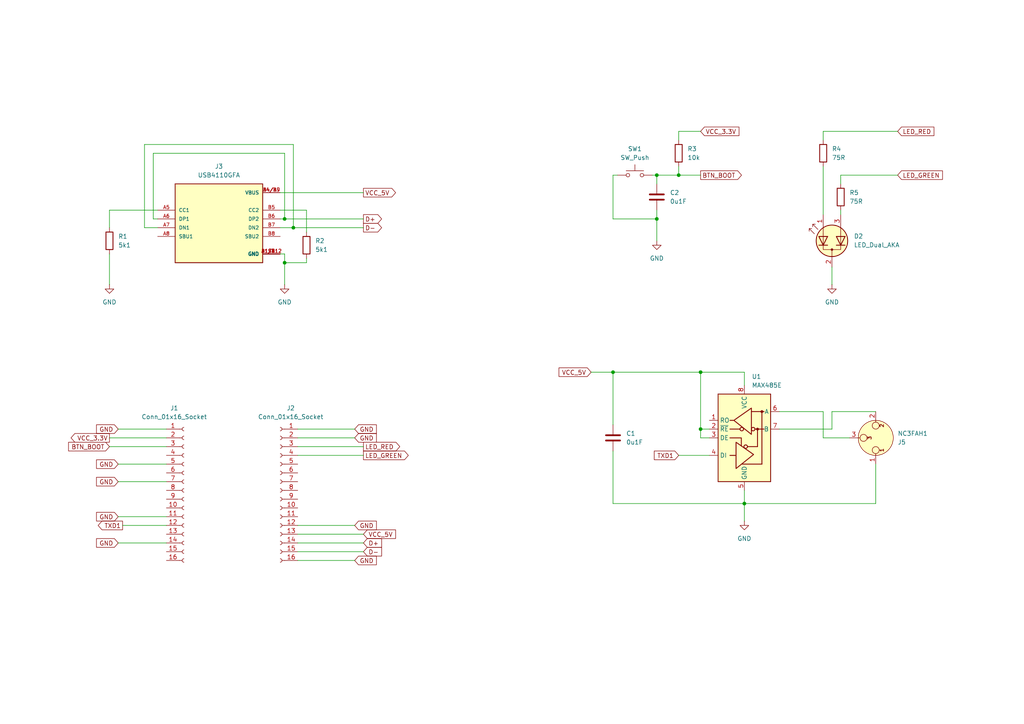
<source format=kicad_sch>
(kicad_sch (version 20250114) (generator "eeschema") (generator_version "9.0")
  (paper "A4")
  (lib_symbols
    (symbol "Connector:Conn_01x16_Socket" (pin_names (offset 1.016) (hide yes))
      (property "Reference" "J" (at 0 20.32 0))
      (property "Value" "Conn_01x16_Socket" (at 0 -22.86 0))
      (symbol "Conn_01x16_Socket_1_1"
        (polyline (pts (xy -1.27 17.78) (xy -0.508 17.78)) (stroke (width 0.1524)))
        (polyline (pts (xy -1.27 15.24) (xy -0.508 15.24)) (stroke (width 0.1524)))
        (polyline (pts (xy -1.27 12.7) (xy -0.508 12.7)) (stroke (width 0.1524)))
        (polyline (pts (xy -1.27 10.16) (xy -0.508 10.16)) (stroke (width 0.1524)))
        (polyline (pts (xy -1.27 7.62) (xy -0.508 7.62)) (stroke (width 0.1524)))
        (polyline (pts (xy -1.27 5.08) (xy -0.508 5.08)) (stroke (width 0.1524)))
        (polyline (pts (xy -1.27 2.54) (xy -0.508 2.54)) (stroke (width 0.1524)))
        (polyline (pts (xy -1.27 0) (xy -0.508 0)) (stroke (width 0.1524)))
        (polyline (pts (xy -1.27 -2.54) (xy -0.508 -2.54)) (stroke (width 0.1524)))
        (polyline (pts (xy -1.27 -5.08) (xy -0.508 -5.08)) (stroke (width 0.1524)))
        (polyline (pts (xy -1.27 -7.62) (xy -0.508 -7.62)) (stroke (width 0.1524)))
        (polyline (pts (xy -1.27 -10.16) (xy -0.508 -10.16)) (stroke (width 0.1524)))
        (polyline (pts (xy -1.27 -12.7) (xy -0.508 -12.7)) (stroke (width 0.1524)))
        (polyline (pts (xy -1.27 -15.24) (xy -0.508 -15.24)) (stroke (width 0.1524)))
        (polyline (pts (xy -1.27 -17.78) (xy -0.508 -17.78)) (stroke (width 0.1524)))
        (polyline (pts (xy -1.27 -20.32) (xy -0.508 -20.32)) (stroke (width 0.1524)))
        (arc (start 0 17.272) (mid -0.5058 17.78) (end 0 18.288) (stroke (width 0.1524)))
        (arc (start 0 14.732) (mid -0.5058 15.24) (end 0 15.748) (stroke (width 0.1524)))
        (arc (start 0 12.192) (mid -0.5058 12.7) (end 0 13.208) (stroke (width 0.1524)))
        (arc (start 0 9.652) (mid -0.5058 10.16) (end 0 10.668) (stroke (width 0.1524)))
        (arc (start 0 7.112) (mid -0.5058 7.62) (end 0 8.128) (stroke (width 0.1524)))
        (arc (start 0 4.572) (mid -0.5058 5.08) (end 0 5.588) (stroke (width 0.1524)))
        (arc (start 0 2.032) (mid -0.5058 2.54) (end 0 3.048) (stroke (width 0.1524)))
        (arc (start 0 -0.508) (mid -0.5058 0) (end 0 0.508) (stroke (width 0.1524)))
        (arc (start 0 -3.048) (mid -0.5058 -2.54) (end 0 -2.032) (stroke (width 0.1524)))
        (arc (start 0 -5.588) (mid -0.5058 -5.08) (end 0 -4.572) (stroke (width 0.1524)))
        (arc (start 0 -8.128) (mid -0.5058 -7.62) (end 0 -7.112) (stroke (width 0.1524)))
        (arc (start 0 -10.668) (mid -0.5058 -10.16) (end 0 -9.652) (stroke (width 0.1524)))
        (arc (start 0 -13.208) (mid -0.5058 -12.7) (end 0 -12.192) (stroke (width 0.1524)))
        (arc (start 0 -15.748) (mid -0.5058 -15.24) (end 0 -14.732) (stroke (width 0.1524)))
        (arc (start 0 -18.288) (mid -0.5058 -17.78) (end 0 -17.272) (stroke (width 0.1524)))
        (arc (start 0 -20.828) (mid -0.5058 -20.32) (end 0 -19.812) (stroke (width 0.1524)))
        (pin passive line (at -5.08 17.78 0) (length 3.81) (name "Pin_1") (number "1"))
        (pin passive line (at -5.08 15.24 0) (length 3.81) (name "Pin_2") (number "2"))
        (pin passive line (at -5.08 12.7 0) (length 3.81) (name "Pin_3") (number "3"))
        (pin passive line (at -5.08 10.16 0) (length 3.81) (name "Pin_4") (number "4"))
        (pin passive line (at -5.08 7.62 0) (length 3.81) (name "Pin_5") (number "5"))
        (pin passive line (at -5.08 5.08 0) (length 3.81) (name "Pin_6") (number "6"))
        (pin passive line (at -5.08 2.54 0) (length 3.81) (name "Pin_7") (number "7"))
        (pin passive line (at -5.08 0 0) (length 3.81) (name "Pin_8") (number "8"))
        (pin passive line (at -5.08 -2.54 0) (length 3.81) (name "Pin_9") (number "9"))
        (pin passive line (at -5.08 -5.08 0) (length 3.81) (name "Pin_10") (number "10"))
        (pin passive line (at -5.08 -7.62 0) (length 3.81) (name "Pin_11") (number "11"))
        (pin passive line (at -5.08 -10.16 0) (length 3.81) (name "Pin_12") (number "12"))
        (pin passive line (at -5.08 -12.7 0) (length 3.81) (name "Pin_13") (number "13"))
        (pin passive line (at -5.08 -15.24 0) (length 3.81) (name "Pin_14") (number "14"))
        (pin passive line (at -5.08 -17.78 0) (length 3.81) (name "Pin_15") (number "15"))
        (pin passive line (at -5.08 -20.32 0) (length 3.81) (name "Pin_16") (number "16"))
      )
    )
    (symbol "Connector_Audio:NC3FAH1" (pin_names (hide yes))
      (property "Reference" "J" (at 0 8.89 0))
      (property "Value" "NC3FAH1" (at 0 6.35 0))
      (symbol "NC3FAH1_0_1"
        (polyline (pts (xy -5.08 0) (xy -4.572 0)))
        (circle (center -3.556 0) (radius 1.016))
        (circle (center 0 0) (radius 5.08) (fill (type background)))
        (circle (center 0 -3.556) (radius 1.016))
        (polyline (pts (xy 0 -5.08) (xy 0 -4.572)))
        (circle (center 3.556 0) (radius 1.016))
        (polyline (pts (xy 5.08 0) (xy 4.572 0)))
        (text "1" (at -3.556 1.778 0) (effects (font (size 1.016 1.016) (bold yes))))
        (text "3" (at 0 -1.778 0) (effects (font (size 1.016 1.016) (bold yes))))
        (text "2" (at 3.556 1.778 0) (effects (font (size 1.016 1.016) (bold yes))))
        (pin passive line (at -7.62 0 0) (length 2.54) (name "~") (number "1"))
        (pin passive line (at 0 -7.62 90) (length 2.54) (name "~") (number "3"))
        (pin passive line (at 7.62 0 180) (length 2.54) (name "~") (number "2"))
      )
    )
    (symbol "Device:C" (pin_numbers (hide yes)) (pin_names (offset 0.254))
      (property "Reference" "C" (at 0.635 2.54 0))
      (property "Value" "C" (at 0.635 -2.54 0))
      (symbol "C_0_1"
        (polyline (pts (xy -2.032 0.762) (xy 2.032 0.762)) (stroke (width 0.508)))
        (polyline (pts (xy -2.032 -0.762) (xy 2.032 -0.762)) (stroke (width 0.508)))
      )
      (symbol "C_1_1"
        (pin passive line (at 0 3.81 270) (length 2.794) (name "~") (number "1"))
        (pin passive line (at 0 -3.81 90) (length 2.794) (name "~") (number "2"))
      )
    )
    (symbol "Device:LED_Dual_AKA" (pin_names (offset 0) (hide yes))
      (property "Reference" "D" (at 0 5.715 0))
      (property "Value" "LED_Dual_AKA" (at 0 -6.35 0))
      (symbol "LED_Dual_AKA_0_1"
        (polyline (pts (xy -4.572 0) (xy -2.54 0)))
        (circle (center -2.54 0) (radius 0.2794) (fill (type outline)))
        (polyline (pts (xy -1.27 1.27) (xy -1.27 3.81)) (stroke (width 0.254)))
        (polyline (pts (xy -1.27 -1.27) (xy -1.27 -3.81)) (stroke (width 0.254)))
        (circle (center 0 0) (radius 4.572) (stroke (width 0.254)) (fill (type background)))
        (polyline (pts (xy 1.27 1.27) (xy 1.27 3.81) (xy -1.27 2.54) (xy 1.27 1.27)) (stroke (width 0.254)))
        (polyline (pts (xy 1.27 -3.81) (xy 1.27 -1.27) (xy -1.27 -2.54) (xy 1.27 -3.81)) (stroke (width 0.254)))
        (polyline (pts (xy 2.032 5.08) (xy 3.556 6.604) (xy 2.794 6.604) (xy 3.556 6.604) (xy 3.556 5.842)))
        (polyline (pts (xy 2.032 2.54) (xy -2.54 2.54) (xy -2.54 -2.54) (xy 2.032 -2.54)))
        (polyline (pts (xy 3.302 4.064) (xy 4.826 5.588) (xy 4.064 5.588) (xy 4.826 5.588) (xy 4.826 4.826)))
        (polyline (pts (xy 3.81 2.54) (xy 1.905 2.54)))
        (polyline (pts (xy 3.81 -2.54) (xy 1.905 -2.54)))
      )
      (symbol "LED_Dual_AKA_1_1"
        (pin input line (at -7.62 0 0) (length 3.048) (name "K") (number "2"))
        (pin input line (at 7.62 2.54 180) (length 3.81) (name "A1") (number "1"))
        (pin input line (at 7.62 -2.54 180) (length 3.81) (name "A2") (number "3"))
      )
    )
    (symbol "Device:R" (pin_numbers (hide yes)) (pin_names (offset 0))
      (property "Reference" "R" (at 2.032 0 90))
      (property "Value" "R" (at 0 0 90))
      (symbol "R_0_1"
        (rectangle (start -1.016 -2.54) (end 1.016 2.54) (stroke (width 0.254)))
      )
      (symbol "R_1_1"
        (pin passive line (at 0 3.81 270) (length 1.27) (name "~") (number "1"))
        (pin passive line (at 0 -3.81 90) (length 1.27) (name "~") (number "2"))
      )
    )
    (symbol "Interface_UART:MAX485E"
      (property "Reference" "U" (at -6.985 13.97 0))
      (property "Value" "MAX485E" (at 1.905 13.97 0))
      (symbol "MAX485E_0_1"
        (rectangle (start -7.62 12.7) (end 7.62 -12.7) (stroke (width 0.254)) (fill (type background)))
        (polyline (pts (xy -4.191 2.54) (xy -1.27 2.54)) (stroke (width 0.254)))
        (polyline (pts (xy -4.191 0) (xy -0.889 0) (xy -0.889 -2.286)) (stroke (width 0.254)))
        (polyline (pts (xy -3.175 5.08) (xy -4.191 5.08) (xy -4.064 5.08)) (stroke (width 0.254)))
        (polyline (pts (xy -2.54 -5.08) (xy -4.191 -5.08)) (stroke (width 0.254)))
        (polyline (pts (xy -2.413 -5.08) (xy -2.413 -1.27) (xy 2.667 -4.826) (xy -2.413 -8.89) (xy -2.413 -5.08)) (stroke (width 0.254)))
        (polyline (pts (xy -0.635 -7.62) (xy 5.08 -7.62)) (stroke (width 0.254)))
        (circle (center 0.381 -2.54) (radius 0.508) (stroke (width 0.254)))
        (polyline (pts (xy 0.889 -2.54) (xy 3.81 -2.54)) (stroke (width 0.254)))
        (polyline (pts (xy 2.032 7.62) (xy 5.715 7.62)) (stroke (width 0.254)))
        (polyline (pts (xy 3.048 2.54) (xy 5.715 2.54)) (stroke (width 0.254)))
        (circle (center 3.81 2.54) (radius 0.2794) (stroke (width 0.254)) (fill (type outline)))
        (polyline (pts (xy 3.81 -2.54) (xy 3.81 2.54)) (stroke (width 0.254)))
        (polyline (pts (xy 5.08 -7.62) (xy 5.08 7.62)) (stroke (width 0.254)))
      )
      (symbol "MAX485E_1_1"
        (circle (center -0.762 2.54) (radius 0.508) (stroke (width 0.254)))
        (polyline (pts (xy 2.032 4.826) (xy 2.032 8.636) (xy -3.048 5.08) (xy 2.032 1.016) (xy 2.032 4.826)) (stroke (width 0.254)))
        (circle (center 2.54 2.54) (radius 0.508) (stroke (width 0.254)))
        (circle (center 5.08 7.62) (radius 0.2794) (stroke (width 0.254)) (fill (type outline)))
        (pin output line (at -10.16 5.08 0) (length 2.54) (name "RO") (number "1"))
        (pin input line (at -10.16 2.54 0) (length 2.54) (name "~{RE}") (number "2"))
        (pin input line (at -10.16 0 0) (length 2.54) (name "DE") (number "3"))
        (pin input line (at -10.16 -5.08 0) (length 2.54) (name "DI") (number "4"))
        (pin power_in line (at 0 15.24 270) (length 2.54) (name "VCC") (number "8"))
        (pin power_in line (at 0 -15.24 90) (length 2.54) (name "GND") (number "5"))
        (pin bidirectional line (at 10.16 7.62 180) (length 2.54) (name "A") (number "6"))
        (pin bidirectional line (at 10.16 2.54 180) (length 2.54) (name "B") (number "7"))
      )
    )
    (symbol "Switch:SW_Push" (pin_numbers (hide yes)) (pin_names (offset 1.016) (hide yes))
      (property "Reference" "SW" (at 1.27 2.54 0))
      (property "Value" "SW_Push" (at 0 -1.524 0))
      (symbol "SW_Push_0_1"
        (circle (center -2.032 0) (radius 0.508))
        (polyline (pts (xy 0 1.27) (xy 0 3.048)))
        (circle (center 2.032 0) (radius 0.508))
        (polyline (pts (xy 2.54 1.27) (xy -2.54 1.27)))
        (pin passive line (at -5.08 0 0) (length 2.54) (name "1") (number "1"))
        (pin passive line (at 5.08 0 180) (length 2.54) (name "2") (number "2"))
      )
    )
    (symbol "USB:USB4110GFA" (pin_names (offset 1.016))
      (property "Reference" "J" (at -12.7 11.43 0))
      (property "Value" "USB4110GFA" (at -12.7 -15.24 0))
      (symbol "USB4110GFA_0_0"
        (rectangle (start -12.7 -12.7) (end 12.7 10.16) (stroke (width 0.254)) (fill (type background)))
        (pin bidirectional line (at -17.78 2.54 0) (length 5.08) (name "CC1") (number "A5"))
        (pin bidirectional line (at -17.78 0 0) (length 5.08) (name "DP1") (number "A6"))
        (pin bidirectional line (at -17.78 -2.54 0) (length 5.08) (name "DN1") (number "A7"))
        (pin bidirectional line (at -17.78 -5.08 0) (length 5.08) (name "SBU1") (number "A8"))
        (pin power_in line (at 17.78 7.62 180) (length 5.08) (name "VBUS") (number "A4/B9"))
        (pin power_in line (at 17.78 7.62 180) (length 5.08) (name "VBUS") (number "B4/A9"))
        (pin bidirectional line (at 17.78 2.54 180) (length 5.08) (name "CC2") (number "B5"))
        (pin bidirectional line (at 17.78 0 180) (length 5.08) (name "DP2") (number "B6"))
        (pin bidirectional line (at 17.78 -2.54 180) (length 5.08) (name "DN2") (number "B7"))
        (pin bidirectional line (at 17.78 -5.08 180) (length 5.08) (name "SBU2") (number "B8"))
        (pin power_in line (at 17.78 -10.16 180) (length 5.08) (name "GND") (number "A1/B12"))
        (pin power_in line (at 17.78 -10.16 180) (length 5.08) (name "GND") (number "B1/A12"))
        (pin power_in line (at 17.78 -10.16 180) (length 5.08) (name "GND") (number "S1"))
        (pin power_in line (at 17.78 -10.16 180) (length 5.08) (name "GND") (number "S2"))
        (pin power_in line (at 17.78 -10.16 180) (length 5.08) (name "GND") (number "S3"))
        (pin power_in line (at 17.78 -10.16 180) (length 5.08) (name "GND") (number "S4"))
      )
    )
    (symbol "power:GND" (power) (pin_numbers (hide yes)) (pin_names (offset 0) (hide yes))
      (property "Value" "GND" (at 0 -3.81 0))
      (symbol "GND_0_1"
        (polyline (pts (xy 0 0) (xy 0 -1.27) (xy 1.27 -1.27) (xy 0 -2.54) (xy -1.27 -1.27) (xy 0 -1.27)))
      )
      (symbol "GND_1_1"
        (pin power_in line (at 0 0 270) (length 0) (name "~") (number "1"))
      )
    )
  )
  (junction (at 177.8 107.95))
  (junction (at 82.55 63.5))
  (junction (at 203.2 107.95))
  (junction (at 85.09 66.04))
  (junction (at 82.55 76.2))
  (junction (at 190.5 50.8))
  (junction (at 215.9 146.05))
  (junction (at 203.2 124.46))
  (junction (at 196.85 50.8))
  (junction (at 190.5 63.5))
  (wire (pts (xy 81.28 66.04) (xy 85.09 66.04)))
  (wire (pts (xy 238.76 48.26) (xy 238.76 62.23)))
  (wire (pts (xy 86.36 157.48) (xy 105.41 157.48)))
  (wire (pts (xy 196.85 38.1) (xy 203.2 38.1)))
  (wire (pts (xy 171.45 107.95) (xy 177.8 107.95)))
  (wire (pts (xy 177.8 146.05) (xy 215.9 146.05)))
  (wire (pts (xy 41.91 41.91) (xy 85.09 41.91)))
  (wire (pts (xy 190.5 63.5) (xy 177.8 63.5)))
  (wire (pts (xy 82.55 73.66) (xy 82.55 76.2)))
  (wire (pts (xy 86.36 152.4) (xy 102.87 152.4)))
  (wire (pts (xy 82.55 63.5) (xy 105.41 63.5)))
  (wire (pts (xy 190.5 63.5) (xy 190.5 69.85)))
  (wire (pts (xy 203.2 124.46) (xy 203.2 107.95)))
  (wire (pts (xy 86.36 132.08) (xy 105.41 132.08)))
  (wire (pts (xy 34.29 134.62) (xy 48.26 134.62)))
  (wire (pts (xy 82.55 76.2) (xy 88.9 76.2)))
  (wire (pts (xy 196.85 48.26) (xy 196.85 50.8)))
  (wire (pts (xy 34.29 149.86) (xy 48.26 149.86)))
  (wire (pts (xy 82.55 76.2) (xy 82.55 82.55)))
  (wire (pts (xy 86.36 160.02) (xy 105.41 160.02)))
  (wire (pts (xy 226.06 119.38) (xy 238.76 119.38)))
  (wire (pts (xy 243.84 50.8) (xy 243.84 53.34)))
  (wire (pts (xy 88.9 76.2) (xy 88.9 74.93)))
  (wire (pts (xy 45.72 63.5) (xy 44.45 63.5)))
  (wire (pts (xy 215.9 146.05) (xy 215.9 151.13)))
  (wire (pts (xy 41.91 66.04) (xy 41.91 41.91)))
  (wire (pts (xy 203.2 124.46) (xy 205.74 124.46)))
  (wire (pts (xy 205.74 127) (xy 203.2 127)))
  (wire (pts (xy 189.23 50.8) (xy 190.5 50.8)))
  (wire (pts (xy 226.06 124.46) (xy 241.3 124.46)))
  (wire (pts (xy 86.36 129.54) (xy 105.41 129.54)))
  (wire (pts (xy 196.85 50.8) (xy 203.2 50.8)))
  (wire (pts (xy 241.3 119.38) (xy 254 119.38)))
  (wire (pts (xy 81.28 55.88) (xy 105.41 55.88)))
  (wire (pts (xy 190.5 50.8) (xy 196.85 50.8)))
  (wire (pts (xy 86.36 162.56) (xy 102.87 162.56)))
  (wire (pts (xy 215.9 142.24) (xy 215.9 146.05)))
  (wire (pts (xy 260.35 50.8) (xy 243.84 50.8)))
  (wire (pts (xy 243.84 60.96) (xy 243.84 62.23)))
  (wire (pts (xy 81.28 73.66) (xy 82.55 73.66)))
  (wire (pts (xy 196.85 40.64) (xy 196.85 38.1)))
  (wire (pts (xy 254 134.62) (xy 254 146.05)))
  (wire (pts (xy 31.75 73.66) (xy 31.75 82.55)))
  (wire (pts (xy 35.56 152.4) (xy 48.26 152.4)))
  (wire (pts (xy 215.9 107.95) (xy 215.9 111.76)))
  (wire (pts (xy 86.36 154.94) (xy 105.41 154.94)))
  (wire (pts (xy 203.2 107.95) (xy 215.9 107.95)))
  (wire (pts (xy 177.8 107.95) (xy 203.2 107.95)))
  (wire (pts (xy 31.75 127) (xy 48.26 127)))
  (wire (pts (xy 177.8 50.8) (xy 179.07 50.8)))
  (wire (pts (xy 177.8 63.5) (xy 177.8 50.8)))
  (wire (pts (xy 34.29 139.7) (xy 48.26 139.7)))
  (wire (pts (xy 88.9 60.96) (xy 88.9 67.31)))
  (wire (pts (xy 238.76 40.64) (xy 238.76 38.1)))
  (wire (pts (xy 85.09 41.91) (xy 85.09 66.04)))
  (wire (pts (xy 31.75 66.04) (xy 31.75 60.96)))
  (wire (pts (xy 241.3 124.46) (xy 241.3 119.38)))
  (wire (pts (xy 31.75 129.54) (xy 48.26 129.54)))
  (wire (pts (xy 177.8 107.95) (xy 177.8 123.19)))
  (wire (pts (xy 44.45 63.5) (xy 44.45 44.45)))
  (wire (pts (xy 34.29 157.48) (xy 48.26 157.48)))
  (wire (pts (xy 215.9 146.05) (xy 254 146.05)))
  (wire (pts (xy 86.36 124.46) (xy 102.87 124.46)))
  (wire (pts (xy 44.45 44.45) (xy 82.55 44.45)))
  (wire (pts (xy 82.55 44.45) (xy 82.55 63.5)))
  (wire (pts (xy 31.75 60.96) (xy 45.72 60.96)))
  (wire (pts (xy 85.09 66.04) (xy 105.41 66.04)))
  (wire (pts (xy 86.36 127) (xy 102.87 127)))
  (wire (pts (xy 45.72 66.04) (xy 41.91 66.04)))
  (wire (pts (xy 238.76 119.38) (xy 238.76 127)))
  (wire (pts (xy 241.3 77.47) (xy 241.3 82.55)))
  (wire (pts (xy 203.2 127) (xy 203.2 124.46)))
  (wire (pts (xy 81.28 63.5) (xy 82.55 63.5)))
  (wire (pts (xy 238.76 127) (xy 246.38 127)))
  (wire (pts (xy 190.5 50.8) (xy 190.5 53.34)))
  (wire (pts (xy 81.28 60.96) (xy 88.9 60.96)))
  (wire (pts (xy 34.29 124.46) (xy 48.26 124.46)))
  (wire (pts (xy 190.5 60.96) (xy 190.5 63.5)))
  (wire (pts (xy 238.76 38.1) (xy 260.35 38.1)))
  (wire (pts (xy 196.85 132.08) (xy 205.74 132.08)))
  (wire (pts (xy 177.8 130.81) (xy 177.8 146.05)))
  (global_label "TXD1" (shape output) (at 35.56 152.4 180) (property "Intersheetrefs" "${INTERSHEET_REFS}" (effects (hide yes))))
  (global_label "D-" (shape input) (at 105.41 160.02 0) (property "Intersheetrefs" "${INTERSHEET_REFS}" (effects (hide yes))))
  (global_label "D-" (shape output) (at 105.41 66.04 0) (property "Intersheetrefs" "${INTERSHEET_REFS}" (effects (hide yes))))
  (global_label "LED_RED" (shape input) (at 260.35 38.1 0) (property "Intersheetrefs" "${INTERSHEET_REFS}" (effects (hide yes))))
  (global_label "LED_GREEN" (shape input) (at 260.35 50.8 0) (property "Intersheetrefs" "${INTERSHEET_REFS}" (effects (hide yes))))
  (global_label "TXD1" (shape input) (at 196.85 132.08 180) (property "Intersheetrefs" "${INTERSHEET_REFS}" (effects (hide yes))))
  (global_label "D+" (shape output) (at 105.41 63.5 0) (property "Intersheetrefs" "${INTERSHEET_REFS}" (effects (hide yes))))
  (global_label "VCC_3.3V" (shape input) (at 203.2 38.1 0) (property "Intersheetrefs" "${INTERSHEET_REFS}" (effects (hide yes))))
  (global_label "GND" (shape input) (at 102.87 124.46 0) (property "Intersheetrefs" "${INTERSHEET_REFS}" (effects (hide yes))))
  (global_label "GND" (shape input) (at 34.29 149.86 180) (property "Intersheetrefs" "${INTERSHEET_REFS}" (effects (hide yes))))
  (global_label "VCC_5V" (shape output) (at 105.41 55.88 0) (property "Intersheetrefs" "${INTERSHEET_REFS}" (effects (hide yes))))
  (global_label "GND" (shape input) (at 102.87 152.4 0) (property "Intersheetrefs" "${INTERSHEET_REFS}" (effects (hide yes))))
  (global_label "GND" (shape input) (at 102.87 127 0) (property "Intersheetrefs" "${INTERSHEET_REFS}" (effects (hide yes))))
  (global_label "GND" (shape input) (at 34.29 124.46 180) (property "Intersheetrefs" "${INTERSHEET_REFS}" (effects (hide yes))))
  (global_label "GND" (shape input) (at 34.29 134.62 180) (property "Intersheetrefs" "${INTERSHEET_REFS}" (effects (hide yes))))
  (global_label "D+" (shape input) (at 105.41 157.48 0) (property "Intersheetrefs" "${INTERSHEET_REFS}" (effects (hide yes))))
  (global_label "GND" (shape input) (at 34.29 157.48 180) (property "Intersheetrefs" "${INTERSHEET_REFS}" (effects (hide yes))))
  (global_label "BTN_BOOT" (shape input) (at 31.75 129.54 180) (property "Intersheetrefs" "${INTERSHEET_REFS}" (effects (hide yes))))
  (global_label "BTN_BOOT" (shape output) (at 203.2 50.8 0) (property "Intersheetrefs" "${INTERSHEET_REFS}" (effects (hide yes))))
  (global_label "LED_RED" (shape output) (at 105.41 129.54 0) (property "Intersheetrefs" "${INTERSHEET_REFS}" (effects (hide yes))))
  (global_label "VCC_5V" (shape input) (at 171.45 107.95 180) (property "Intersheetrefs" "${INTERSHEET_REFS}" (effects (hide yes))))
  (global_label "VCC_5V" (shape input) (at 105.41 154.94 0) (property "Intersheetrefs" "${INTERSHEET_REFS}" (effects (hide yes))))
  (global_label "LED_GREEN" (shape output) (at 105.41 132.08 0) (property "Intersheetrefs" "${INTERSHEET_REFS}" (effects (hide yes))))
  (global_label "GND" (shape input) (at 102.87 162.56 0) (property "Intersheetrefs" "${INTERSHEET_REFS}" (effects (hide yes))))
  (global_label "VCC_3.3V" (shape output) (at 31.75 127 180) (property "Intersheetrefs" "${INTERSHEET_REFS}" (effects (hide yes))))
  (global_label "GND" (shape input) (at 34.29 139.7 180) (property "Intersheetrefs" "${INTERSHEET_REFS}" (effects (hide yes))))
  (symbol (lib_id "Connector:Conn_01x16_Socket") (at 81.28 142.24 0) (mirror y) (unit 1)
    (property "Reference" "J2" (at 84.328 118.364 0))
    (property "Value" "Conn_01x16_Socket" (at 84.328 120.904 0))
    (property "Footprint" "Connector_PinHeader_2.54mm:PinHeader_1x16_P2.54mm_Vertical" (effects (hide yes)))
    (property "Description" "Generic connector, single row, 01x16, script generated" (effects (hide yes)))
    (property "MOUSER_PART_NUMBER" "200-SSW11601TS" (effects (hide yes)))
  )
  (symbol (lib_id "power:GND") (at 215.9 151.13 0) (unit 1)
    (property "Reference" "#PWR03" (effects (hide yes)))
    (property "Value" "GND" (at 215.9 156.21 0))
    (property "Description" "Power symbol creates a global label with name \"GND\" , ground" (effects (hide yes)))
  )
  (symbol (lib_id "Device:R") (at 243.84 57.15 0) (unit 1)
    (property "Reference" "R5" (at 246.38 55.8799 0) (effects (justify left)))
    (property "Value" "75R" (at 246.38 58.4199 0) (effects (justify left)))
    (property "Footprint" "Resistor_SMD:R_0402_1005Metric_Pad0.72x0.64mm_HandSolder" (effects (hide yes)))
    (property "Description" "Resistor" (effects (hide yes)))
    (property "MOUSER_PART_NUMBER" "71-CRCW040275R0JNEDC " (effects (hide yes)))
  )
  (symbol (lib_id "Device:R") (at 238.76 44.45 0) (unit 1)
    (property "Reference" "R4" (at 241.3 43.1799 0) (effects (justify left)))
    (property "Value" "75R" (at 241.3 45.7199 0) (effects (justify left)))
    (property "Footprint" "Resistor_SMD:R_0402_1005Metric_Pad0.72x0.64mm_HandSolder" (effects (hide yes)))
    (property "Description" "Resistor" (effects (hide yes)))
    (property "MOUSER_PART_NUMBER" "71-CRCW040275R0JNEDC " (effects (hide yes)))
  )
  (symbol (lib_id "Connector_Audio:NC3FAH1") (at 254 127 270) (mirror x) (unit 1)
    (property "Reference" "J5" (at 260.35 128.2701 90) (effects (justify left)))
    (property "Value" "NC3FAH1" (at 260.35 125.7301 90) (effects (justify left)))
    (property "Footprint" "Connector_Audio:Jack_XLR_Neutrik_NC3FAH1_Horizontal" (effects (hide yes)))
    (property "Datasheet" "https://www.neutrik.com/en/product/nc3fah1" (effects (hide yes)))
    (property "Description" "A Series, 3 pole female XLR receptacle, grounding: mating connector shell to pin1 and front panel, horizontal PCB mount" (effects (hide yes)))
  )
  (symbol (lib_id "Device:C") (at 177.8 127 0) (unit 1)
    (property "Reference" "C1" (at 181.61 125.7299 0) (effects (justify left)))
    (property "Value" "0u1F" (at 181.61 128.2699 0) (effects (justify left)))
    (property "Footprint" "Capacitor_SMD:C_0402_1005Metric_Pad0.74x0.62mm_HandSolder" (effects (hide yes)))
    (property "Description" "Unpolarized capacitor" (effects (hide yes)))
    (property "MOUSER_PART_NUMBER" "187-CL05F104ZO5NNND" (effects (hide yes)))
  )
  (symbol (lib_id "USB:USB4110GFA") (at 63.5 63.5 0) (unit 1)
    (property "Reference" "J3" (at 63.5 48.26 0))
    (property "Value" "USB4110GFA" (at 63.5 50.8 0))
    (property "Footprint" "footprints:GCT_USB4110GFA" (effects (hide yes)))
    (property "DigiKey_Part_Number" "2073-USB4110-GF-A-2-ND" (effects (hide yes)))
    (property "MF" "GCT" (effects (hide yes)))
    (property "Description_1" "USB-C (USB TYPE-C) USB 2.0 Receptacle Connector 24 (16+8 Dummy) Position Surface Mount, Right Angle; Through Hole" (effects (hide yes)))
    (property "Package" "None" (effects (hide yes)))
    (property "Price" "None" (effects (hide yes)))
    (property "SnapEDA_Link" "https://www.snapeda.com/parts/USB4110-GF-A/Global+Connector+Technology/view-part/?ref=snap" (effects (hide yes)))
    (property "MP" "USB4110-GF-A" (effects (hide yes)))
    (property "Availability" "In Stock" (effects (hide yes)))
    (property "Check_prices" "https://www.snapeda.com/parts/USB4110-GF-A/Global+Connector+Technology/view-part/?ref=eda" (effects (hide yes)))
    (property "MOUSER_PART_NUMBER" "640-USB4110-GF-A" (effects (hide yes)))
  )
  (symbol (lib_id "power:GND") (at 190.5 69.85 0) (unit 1)
    (property "Reference" "#PWR04" (effects (hide yes)))
    (property "Value" "GND" (at 190.5 74.93 0))
    (property "Description" "Power symbol creates a global label with name \"GND\" , ground" (effects (hide yes)))
  )
  (symbol (lib_id "Device:C") (at 190.5 57.15 0) (unit 1)
    (property "Reference" "C2" (at 194.31 55.8799 0) (effects (justify left)))
    (property "Value" "0u1F" (at 194.31 58.4199 0) (effects (justify left)))
    (property "Footprint" "Capacitor_SMD:C_0402_1005Metric_Pad0.74x0.62mm_HandSolder" (effects (hide yes)))
    (property "Description" "Unpolarized capacitor" (effects (hide yes)))
    (property "MOUSER_PART_NUMBER" "187-CL05F104ZO5NNND" (effects (hide yes)))
  )
  (symbol (lib_id "Device:R") (at 196.85 44.45 0) (unit 1)
    (property "Reference" "R3" (at 199.39 43.1799 0) (effects (justify left)))
    (property "Value" "10k" (at 199.39 45.7199 0) (effects (justify left)))
    (property "Footprint" "Resistor_SMD:R_0402_1005Metric_Pad0.72x0.64mm_HandSolder" (effects (hide yes)))
    (property "Description" "Resistor" (effects (hide yes)))
    (property "MOUSER_PART_NUMBER" "71-CRCW0402-10K-E3" (effects (hide yes)))
  )
  (symbol (lib_id "power:GND") (at 241.3 82.55 0) (unit 1)
    (property "Reference" "#PWR05" (effects (hide yes)))
    (property "Value" "GND" (at 241.3 87.63 0))
    (property "Description" "Power symbol creates a global label with name \"GND\" , ground" (effects (hide yes)))
  )
  (symbol (lib_id "power:GND") (at 31.75 82.55 0) (unit 1)
    (property "Reference" "#PWR02" (effects (hide yes)))
    (property "Value" "GND" (at 31.75 87.63 0))
    (property "Description" "Power symbol creates a global label with name \"GND\" , ground" (effects (hide yes)))
  )
  (symbol (lib_id "Device:R") (at 88.9 71.12 0) (unit 1)
    (property "Reference" "R2" (at 91.44 69.8499 0) (effects (justify left)))
    (property "Value" "5k1" (at 91.44 72.3899 0) (effects (justify left)))
    (property "Footprint" "Resistor_SMD:R_0402_1005Metric_Pad0.72x0.64mm_HandSolder" (effects (hide yes)))
    (property "Description" "Resistor" (effects (hide yes)))
    (property "MOUSER_PART_NUMBER" "71-CRCW0402-5.1K-E3" (effects (hide yes)))
  )
  (symbol (lib_id "Interface_UART:MAX485E") (at 215.9 127 0) (unit 1)
    (property "Reference" "U1" (at 218.0433 109.22 0) (effects (justify left)))
    (property "Value" "MAX485E" (at 218.0433 111.76 0) (effects (justify left)))
    (property "Footprint" "Package_SO:SOIC-8_3.9x4.9mm_P1.27mm" (effects (hide yes)))
    (property "Datasheet" "https://datasheets.maximintegrated.com/en/ds/MAX1487E-MAX491E.pdf" (effects (hide yes)))
    (property "Description" "Half duplex RS-485/RS-422, 2.5 Mbps, ±15kV electro-static discharge (ESD) protection, no slew-rate, no low-power shutdown, with receiver/driver enable, 32 receiver drive capability, DIP-8 and SOIC-8" (effects (hide yes)))
  )
  (symbol (lib_id "Switch:SW_Push") (at 184.15 50.8 0) (unit 1)
    (property "Reference" "SW1" (at 184.15 43.18 0))
    (property "Value" "SW_Push" (at 184.15 45.72 0))
    (property "Footprint" "Button_Switch_THT:SW_Tactile_SPST_Angled_PTS645Vx58-2LFS" (effects (hide yes)))
    (property "Description" "Push button switch, generic, two pins" (effects (hide yes)))
  )
  (symbol (lib_id "Device:R") (at 31.75 69.85 0) (unit 1)
    (property "Reference" "R1" (at 34.29 68.5799 0) (effects (justify left)))
    (property "Value" "5k1" (at 34.29 71.1199 0) (effects (justify left)))
    (property "Footprint" "Resistor_SMD:R_0402_1005Metric_Pad0.72x0.64mm_HandSolder" (effects (hide yes)))
    (property "Description" "Resistor" (effects (hide yes)))
    (property "MOUSER_PART_NUMBER" "71-CRCW0402-5.1K-E3" (effects (hide yes)))
  )
  (symbol (lib_id "Connector:Conn_01x16_Socket") (at 53.34 142.24 0) (unit 1)
    (property "Reference" "J1" (at 50.546 118.364 0))
    (property "Value" "Conn_01x16_Socket" (at 50.546 120.904 0))
    (property "Footprint" "Connector_PinHeader_2.54mm:PinHeader_1x16_P2.54mm_Vertical" (effects (hide yes)))
    (property "Description" "Generic connector, single row, 01x16, script generated" (effects (hide yes)))
    (property "MOUSER_PART_NUMBER" "200-SSW11601TS" (effects (hide yes)))
  )
  (symbol (lib_id "power:GND") (at 82.55 82.55 0) (unit 1)
    (property "Reference" "#PWR01" (effects (hide yes)))
    (property "Value" "GND" (at 82.55 87.63 0))
    (property "Description" "Power symbol creates a global label with name \"GND\" , ground" (effects (hide yes)))
  )
  (symbol (lib_id "Device:LED_Dual_AKA") (at 241.3 69.85 90) (unit 1)
    (property "Reference" "D2" (at 247.65 68.5164 90) (effects (justify right)))
    (property "Value" "LED_Dual_AKA" (at 247.65 71.0564 90) (effects (justify right)))
    (property "Footprint" "LED_THT:LED_D5.0mm-3_Horizontal_O3.81mm_Z3.0mm" (effects (hide yes)))
    (property "Description" "Dual LED, common cathode on pin 2" (effects (hide yes)))
  )
)
</source>
